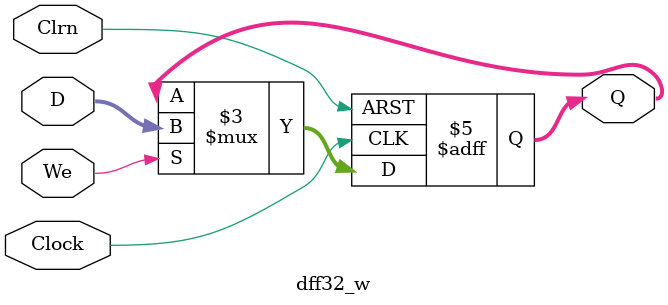
<source format=v>
module dff32_w(D, Clock, Clrn, We, Q);	 
	input Clock, We, Clrn;
	input [31:0] D;
	output reg [31:0] Q;
	always @(posedge Clock or negedge Clrn) begin
		if (Clrn == 0) begin
		  Q <= 0;
		end else if(We) 
		  Q <= D;
	end
endmodule

</source>
